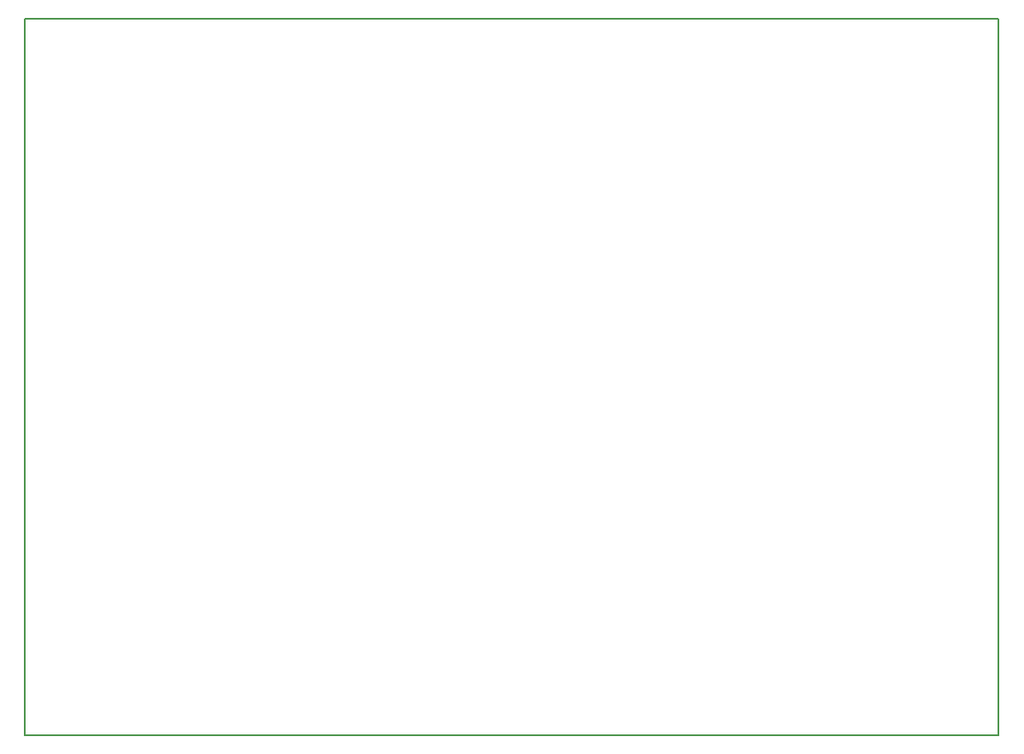
<source format=gbr>
G04 #@! TF.GenerationSoftware,KiCad,Pcbnew,(5.0.2)-1*
G04 #@! TF.CreationDate,2019-01-31T18:35:04+01:00*
G04 #@! TF.ProjectId,valve_reporter,76616c76-655f-4726-9570-6f727465722e,rev?*
G04 #@! TF.SameCoordinates,Original*
G04 #@! TF.FileFunction,Profile,NP*
%FSLAX46Y46*%
G04 Gerber Fmt 4.6, Leading zero omitted, Abs format (unit mm)*
G04 Created by KiCad (PCBNEW (5.0.2)-1) date 1/31/2019 6:35:04 PM*
%MOMM*%
%LPD*%
G01*
G04 APERTURE LIST*
%ADD10C,0.150000*%
G04 APERTURE END LIST*
D10*
X177800000Y-139700000D02*
X177800000Y-68580000D01*
X81280000Y-139700000D02*
X177800000Y-139700000D01*
X81280000Y-68580000D02*
X81280000Y-139700000D01*
X177800000Y-68580000D02*
X81280000Y-68580000D01*
M02*

</source>
